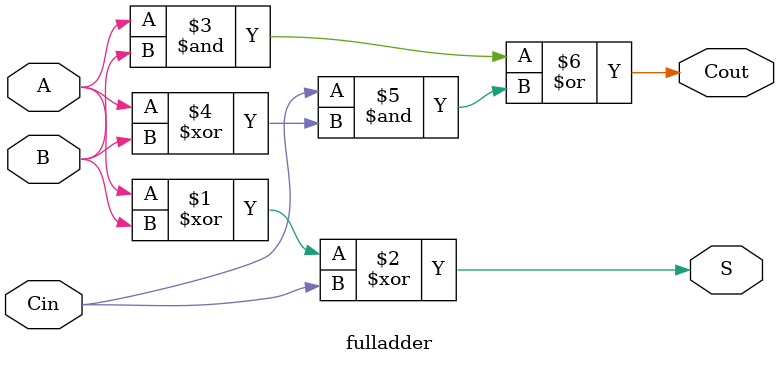
<source format=sv>
module fulladder (
    input wire A, B, Cin,
    output wire S, Cout
);
    assign S = A ^ B ^ Cin;
    assign Cout = (A & B) | (Cin & (A ^ B));
endmodule


// module full_adder(
//     input bit a,
//     input bit b,
//     input bit cin,
//     output bit sum,
//     output bit cout
// );

//     assign sum = a ^ b ^ cin;
//     assign cout = (a & b) | (cin & (a ^ b));

// endmodule
</source>
